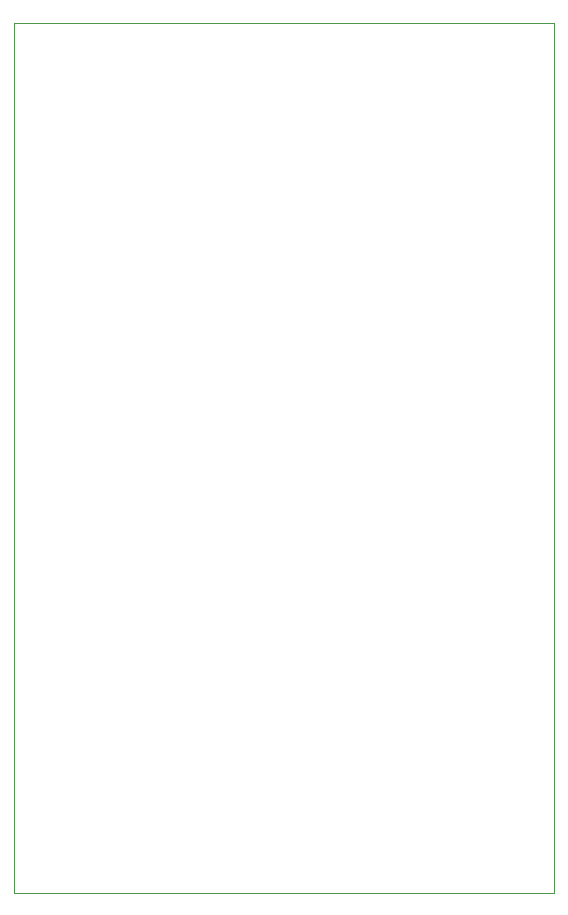
<source format=gbr>
%TF.GenerationSoftware,KiCad,Pcbnew,7.0.2-0*%
%TF.CreationDate,2023-11-12T18:20:13-05:00*%
%TF.ProjectId,Mux Module CD74HCT4067M,4d757820-4d6f-4647-956c-652043443734,rev?*%
%TF.SameCoordinates,Original*%
%TF.FileFunction,Profile,NP*%
%FSLAX46Y46*%
G04 Gerber Fmt 4.6, Leading zero omitted, Abs format (unit mm)*
G04 Created by KiCad (PCBNEW 7.0.2-0) date 2023-11-12 18:20:13*
%MOMM*%
%LPD*%
G01*
G04 APERTURE LIST*
%TA.AperFunction,Profile*%
%ADD10C,0.100000*%
%TD*%
G04 APERTURE END LIST*
D10*
X127000000Y-22860000D02*
X172720000Y-22860000D01*
X172720000Y-96520000D01*
X127000000Y-96520000D01*
X127000000Y-22860000D01*
M02*

</source>
